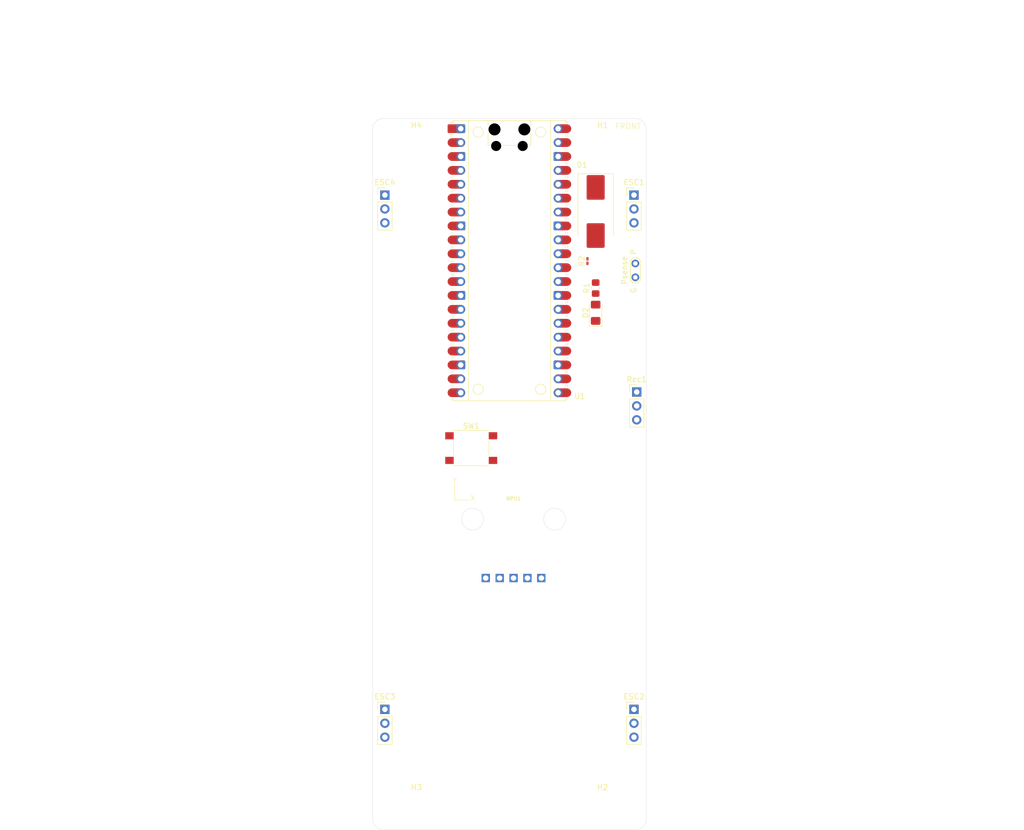
<source format=kicad_pcb>
(kicad_pcb (version 20240108) (generator "pcbnew") (generator_version "8.0")
  (layers (0 "F.Cu" signal) (31 "B.Cu" signal) (34 "B.Paste" user) (35 "F.Paste" user) (36 "B.SilkS" user "B.Silkscreen") (37 "F.SilkS" user "F.Silkscreen") (38 "B.Mask" user) (39 "F.Mask" user) (44 "Edge.Cuts" user))
  (net 0 "")
  (net 21 "+5V")
  (net 22 "GND")
  (net 23 "Net-(D1-K)")
  (net 24 "Net-(D2-A)")
  (net 25 "/M1")
  (net 26 "/M2")
  (net 27 "/M3")
  (net 28 "/M4")
  (net 29 "Net-(U1-GPIO22)")
  (net 30 "/Res?")
  (net 31 "/PPM")
  (net 32 "Net-(U1-RUN)")
  (net 33 "/Psense")
  (net 34 "/SCL")
  (net 35 "+3.3V")
  (net 53 "/SDA")
  (footprint "Connector_PinHeader_2.54mm:PinHeader_1x03_P2.54mm_Vertical" (layer "F.Cu") (at 170.5 72)
    (property "Reference" "Rec1" (at 0 -2.33 0) (layer "F.SilkS"))
    (property "Value" "~")
    (fp_line (start -1.33 -1.33) (end 0 -1.33) (stroke (width 0.12)) (layer "F.SilkS"))
    (fp_line (start -1.33 0) (end -1.33 -1.33) (stroke (width 0.12)) (layer "F.SilkS"))
    (fp_line (start -1.33 1.27) (end -1.33 6.41) (stroke (width 0.12)) (layer "F.SilkS"))
    (fp_line (start -1.33 1.27) (end 1.33 1.27) (stroke (width 0.12)) (layer "F.SilkS"))
    (fp_line (start -1.33 6.41) (end 1.33 6.41) (stroke (width 0.12)) (layer "F.SilkS"))
    (fp_line (start 1.33 1.27) (end 1.33 6.41) (stroke (width 0.12)) (layer "F.SilkS"))
    (pad "1" thru_hole rect (at 0 0) (size 1.7 1.7) (drill 1) (layers "*.Cu" "*.Mask") (net 31 "/PPM"))
    (pad "2" thru_hole oval (at 0 2.54) (size 1.7 1.7) (drill 1) (layers "*.Cu" "*.Mask") (net 21 "+5V"))
    (pad "3" thru_hole oval (at 0 5.08) (size 1.7 1.7) (drill 1) (layers "*.Cu" "*.Mask") (net 22 "GND"))
  )
  (footprint "SEN0142:SEN0142" (layer "F.Cu") (at 148 104.7369)
    (property "Reference" "MPU1" (at 0 -13.25 0) (layer "F.SilkS") (effects (font (size 0.64 0.64))))
    (property "Value" "MPU-6050")
    (fp_line (start -10.75 -15.75) (end -10.75 -13) (stroke (width 0.1)) (layer "F.SilkS"))
    (fp_line (start -10.75 -13) (end -8.25 -13) (stroke (width 0.1)) (layer "F.SilkS"))
    (fp_circle (center -7.5 -9.5) (end -5.5 -9.5) (stroke (width 0.05)) (fill none) (layer "Edge.Cuts"))
    (fp_circle (center 7.5 -9.5) (end 9.5 -9.5) (stroke (width 0.05)) (fill none) (layer "Edge.Cuts"))
    (fp_text user "X" (at -8 -12.75 0) (layer "F.SilkS") (effects (font (thickness 0.1)) (justify left bottom)))
    (fp_text user "Y" (at -11.25 -16 0) (layer "F.SilkS") (effects (font (thickness 0.1)) (justify left bottom)))
    (pad "1" thru_hole rect (at -5.08 1.27) (size 1.508 1.508) (drill 1) (layers "*.Cu" "*.Mask") (net 21 "+5V"))
    (pad "2" thru_hole rect (at -2.54 1.27) (size 1.508 1.508) (drill 1) (layers "*.Cu" "*.Mask") (net 22 "GND"))
    (pad "3" thru_hole rect (at 0 1.27) (size 1.508 1.508) (drill 1) (layers "*.Cu" "*.Mask") (net 53 "/SDA"))
    (pad "4" thru_hole rect (at 2.54 1.27) (size 1.508 1.508) (drill 1) (layers "*.Cu" "*.Mask") (net 34 "/SCL"))
    (pad "5" thru_hole rect (at 5.08 1.27) (size 1.508 1.508) (drill 1) (layers "*.Cu" "*.Mask"))
  )
  (footprint "Resistor_SMD:R_0805_2012Metric_Pad1.20x1.40mm_HandSolder" (layer "F.Cu") (at 163 53 90)
    (property "Reference" "R1" (at 0 -1.65 90) (layer "F.SilkS"))
    (property "Value" "330")
    (fp_line (start -0.227064 -0.735) (end 0.227064 -0.735) (stroke (width 0.12)) (layer "F.SilkS"))
    (fp_line (start -0.227064 0.735) (end 0.227064 0.735) (stroke (width 0.12)) (layer "F.SilkS"))
    (pad "1" smd roundrect (at -1 0 90) (size 1.2 1.4) (layers "F.Cu" "F.Paste" "F.Mask") (roundrect_rratio 0.208333) (net 24 "Net-(D2-A)"))
    (pad "2" smd roundrect (at 1 0 90) (size 1.2 1.4) (layers "F.Cu" "F.Paste" "F.Mask") (roundrect_rratio 0.208333) (net 29 "Net-(U1-GPIO22)"))
  )
  (footprint "Button_Switch_SMD:SW_Push_1P1T_NO_6x6mm_H9.5mm" (layer "F.Cu") (at 140.27 82.25)
    (property "Reference" "SW1" (at 0 -4.05 0) (layer "F.SilkS"))
    (property "Value" "SW_Push")
    (fp_line (start -3.23 -3.23) (end 3.23 -3.23) (stroke (width 0.12)) (layer "F.SilkS"))
    (fp_line (start -3.23 -3.2) (end -3.23 -3.23) (stroke (width 0.12)) (layer "F.SilkS"))
    (fp_line (start -3.23 -1.3) (end -3.23 1.3) (stroke (width 0.12)) (layer "F.SilkS"))
    (fp_line (start -3.23 3.23) (end -3.23 3.2) (stroke (width 0.12)) (layer "F.SilkS"))
    (fp_line (start -3.23 3.23) (end 3.23 3.23) (stroke (width 0.12)) (layer "F.SilkS"))
    (fp_line (start 3.23 -3.23) (end 3.23 -3.2) (stroke (width 0.12)) (layer "F.SilkS"))
    (fp_line (start 3.23 -1.3) (end 3.23 1.3) (stroke (width 0.12)) (layer "F.SilkS"))
    (fp_line (start 3.23 3.23) (end 3.23 3.2) (stroke (width 0.12)) (layer "F.SilkS"))
    (pad "1" smd rect (at -3.975 -2.25) (size 1.55 1.3) (layers "F.Cu" "F.Paste" "F.Mask") (net 22 "GND"))
    (pad "1" smd rect (at 3.975 -2.25) (size 1.55 1.3) (layers "F.Cu" "F.Paste" "F.Mask") (net 22 "GND"))
    (pad "2" smd rect (at -3.975 2.25) (size 1.55 1.3) (layers "F.Cu" "F.Paste" "F.Mask") (net 32 "Net-(U1-RUN)"))
    (pad "2" smd rect (at 3.975 2.25) (size 1.55 1.3) (layers "F.Cu" "F.Paste" "F.Mask") (net 32 "Net-(U1-RUN)"))
  )
  (footprint "MountingHole:MountingHole_3.2mm_M3_ISO14580" (layer "F.Cu") (at 164.25 148)
    (property "Reference" "H2" (at 0 -3.75 0) (layer "F.SilkS"))
    (property "Value" "MountingHole" (hide yes))
    (pad "" np_thru_hole circle (at 0 0) (size 3.2 3.2) (drill 3.2) (layers "*.Cu" "*.Mask"))
  )
  (footprint "MountingHole:MountingHole_3.2mm_M3_ISO14580" (layer "F.Cu") (at 130.25 148)
    (property "Reference" "H3" (at 0 -3.75 0) (layer "F.SilkS"))
    (property "Value" "MountingHole" (hide yes))
    (pad "" np_thru_hole circle (at 0 0) (size 3.2 3.2) (drill 3.2) (layers "*.Cu" "*.Mask"))
  )
  (footprint "Diode_SMD:D_SMC_Handsoldering" (layer "F.Cu") (at 163 39 -90)
    (property "Reference" "D1" (at -8.5 2.5 180) (layer "F.SilkS"))
    (property "Value" "1N5822" (hide yes))
    (fp_line (start -6.91 3.25) (end 4.4 3.25) (stroke (width 0.12)) (layer "F.SilkS"))
    (fp_line (start -6.91 3.25) (end -6.91 -3.25) (stroke (width 0.12)) (layer "F.SilkS"))
    (fp_line (start -6.91 -3.25) (end 4.4 -3.25) (stroke (width 0.12)) (layer "F.SilkS"))
    (pad "1" smd roundrect (at -4.4 0) (size 3.3 4.5) (layers "F.Cu" "F.Paste" "F.Mask") (roundrect_rratio 0.0757575758) (net 23 "Net-(D1-K)"))
    (pad "2" smd roundrect (at 4.4 0) (size 3.3 4.5) (layers "F.Cu" "F.Paste" "F.Mask") (roundrect_rratio 0.0757575758) (net 21 "+5V"))
  )
  (footprint "LED_SMD:LED_1206_3216Metric_Pad1.42x1.75mm_HandSolder" (layer "F.Cu") (at 163 57.5125 90)
    (property "Reference" "D2" (at 0 -1.82 90) (layer "F.SilkS"))
    (property "Value" "LED")
    (fp_line (start 1.6 -1.135) (end -2.46 -1.135) (stroke (width 0.12)) (layer "F.SilkS"))
    (fp_line (start -2.46 -1.135) (end -2.46 1.135) (stroke (width 0.12)) (layer "F.SilkS"))
    (fp_line (start -2.46 1.135) (end 1.6 1.135) (stroke (width 0.12)) (layer "F.SilkS"))
    (pad "1" smd roundrect (at -1.4875 0 90) (size 1.425 1.75) (layers "F.Cu" "F.Paste" "F.Mask") (roundrect_rratio 0.175439) (net 22 "GND"))
    (pad "2" smd roundrect (at 1.4875 0 90) (size 1.425 1.75) (layers "F.Cu" "F.Paste" "F.Mask") (roundrect_rratio 0.175439) (net 24 "Net-(D2-A)"))
  )
  (footprint "TestPoint:TestPoint_2Pads_Pitch2.54mm_Drill0.8mm" (layer "F.Cu") (at 170.25 48.5 -90)
    (property "Reference" "TP1" (hide yes))
    (property "Value" "Psense" (at 1.27 2 90) (layer "F.SilkS"))
    (fp_line (start -0.53 0.9) (end -1.03 0.4) (stroke (width 0.15)) (layer "F.SilkS"))
    (fp_line (start 3.07 0.9) (end -0.53 0.9) (stroke (width 0.15)) (layer "F.SilkS"))
    (fp_line (start -1.03 0.4) (end -1.03 -0.4) (stroke (width 0.15)) (layer "F.SilkS"))
    (fp_line (start 3.57 0.4) (end 3.07 0.9) (stroke (width 0.15)) (layer "F.SilkS"))
    (fp_line (start -1.03 -0.4) (end -0.53 -0.9) (stroke (width 0.15)) (layer "F.SilkS"))
    (fp_line (start 3.57 -0.4) (end 3.57 0.4) (stroke (width 0.15)) (layer "F.SilkS"))
    (fp_line (start -0.53 -0.9) (end 3.07 -0.9) (stroke (width 0.15)) (layer "F.SilkS"))
    (fp_line (start 3.07 -0.9) (end 3.57 -0.4) (stroke (width 0.15)) (layer "F.SilkS"))
    (pad "1" thru_hole circle (at 0 0 270) (size 1.4 1.4) (drill 0.8) (layers "*.Cu" "*.Mask") (net 33 "/Psense"))
    (pad "2" thru_hole circle (at 2.54 0 270) (size 1.4 1.4) (drill 0.8) (layers "*.Cu" "*.Mask") (net 22 "GND"))
  )
  (footprint "Module_RaspberryPi_Pico:RaspberryPi_Pico_Common" (layer "F.Cu") (at 147.25 48)
    (property "Reference" "U1" (at 11.7475 24.765 0) (layer "F.SilkS") (effects (justify left)))
    (property "Value" "RaspberryPi_Pico_W")
    (fp_line (start -10.61 -23.07) (end -11.09 -23.07) (stroke (width 0.12)) (layer "F.SilkS"))
    (fp_line (start -10.61 -23.07) (end -10.61 -22.65) (stroke (width 0.12)) (layer "F.SilkS"))
    (fp_line (start -10.61 -20.53) (end -10.61 -20.11) (stroke (width 0.12)) (layer "F.SilkS"))
    (fp_line (start -10.61 -17.99) (end -10.61 -17.57) (stroke (width 0.12)) (layer "F.SilkS"))
    (fp_line (start -10.61 -15.45) (end -10.61 -15.03) (stroke (width 0.12)) (layer "F.SilkS"))
    (fp_line (start -10.61 -12.91) (end -10.61 -12.49) (stroke (width 0.12)) (layer "F.SilkS"))
    (fp_line (start -10.61 -10.37) (end -10.61 -9.95) (stroke (width 0.12)) (layer "F.SilkS"))
    (fp_line (start -10.61 -7.83) (end -10.61 -7.41) (stroke (width 0.12)) (layer "F.SilkS"))
    (fp_line (start -10.61 -5.29) (end -10.61 -4.87) (stroke (width 0.12)) (layer "F.SilkS"))
    (fp_line (start -10.61 -2.75) (end -10.61 -2.33) (stroke (width 0.12)) (layer "F.SilkS"))
    (fp_line (start -10.61 -0.21) (end -10.61 0.21) (stroke (width 0.12)) (layer "F.SilkS"))
    (fp_line (start -10.61 2.33) (end -10.61 2.75) (stroke (width 0.12)) (layer "F.SilkS"))
    (fp_line (start -10.61 4.87) (end -10.61 5.29) (stroke (width 0.12)) (layer "F.SilkS"))
    (fp_line (start -10.61 7.41) (end -10.61 7.83) (stroke (width 0.12)) (layer "F.SilkS"))
    (fp_line (start -10.61 9.95) (end -10.61 10.37) (stroke (width 0.12)) (layer "F.SilkS"))
    (fp_line (start -10.61 12.49) (end -10.61 12.91) (stroke (width 0.12)) (layer "F.SilkS"))
    (fp_line (start -10.61 15.03) (end -10.61 15.45) (stroke (width 0.12)) (layer "F.SilkS"))
    (fp_line (start -10.61 17.57) (end -10.61 17.99) (stroke (width 0.12)) (layer "F.SilkS"))
    (fp_line (start -10.61 20.11) (end -10.61 20.53) (stroke (width 0.12)) (layer "F.SilkS"))
    (fp_line (start -10.61 22.65) (end -10.61 23.07) (stroke (width 0.12)) (layer "F.SilkS"))
    (fp_line (start -10.579676 -25.189937) (end -11.09 -25.19) (stroke (width 0.12)) (layer "F.SilkS"))
    (fp_line (start -10.27 -25.189937) (end -10.27 -25.547) (stroke (width 0.12)) (layer "F.SilkS"))
    (fp_line (start -10.27 -23.07) (end -10.27 -22.65) (stroke (width 0.12)) (layer "F.SilkS"))
    (fp_line (start -10.27 -20.53) (end -10.27 -20.11) (stroke (width 0.12)) (layer "F.SilkS"))
    (fp_line (start -10.27 -17.99) (end -10.27 -17.57) (stroke (width 0.12)) (layer "F.SilkS"))
    (fp_line (start -10.27 -15.45) (end -10.27 -15.03) (stroke (width 0.12)) (layer "F.SilkS"))
    (fp_line (start -10.27 -12.91) (end -10.27 -12.49) (stroke (width 0.12)) (layer "F.SilkS"))
    (fp_line (start -10.27 -10.37) (end -10.27 -9.95) (stroke (width 0.12)) (layer "F.SilkS"))
    (fp_line (start -10.27 -7.83) (end -10.27 -7.41) (stroke (width 0.12)) (layer "F.SilkS"))
    (fp_line (start -10.27 -5.29) (end -10.27 -4.87) (stroke (width 0.12)) (layer "F.SilkS"))
    (fp_line (start -10.27 -2.75) (end -10.27 -2.33) (stroke (width 0.12)) (layer "F.SilkS"))
    (fp_line (start -10.27 -0.21) (end -10.27 0.21) (stroke (width 0.12)) (layer "F.SilkS"))
    (fp_line (start -10.27 2.33) (end -10.27 2.75) (stroke (width 0.12)) (layer "F.SilkS"))
    (fp_line (start -10.27 4.87) (end -10.27 5.29) (stroke (width 0.12)) (layer "F.SilkS"))
    (fp_line (start -10.27 7.41) (end -10.27 7.83) (stroke (width 0.12)) (layer "F.SilkS"))
    (fp_line (start -10.27 9.95) (end -10.27 10.37) (stroke (width 0.12)) (layer "F.SilkS"))
    (fp_line (start -10.27 12.49) (end -10.27 12.91) (stroke (width 0.12)) (layer "F.SilkS"))
    (fp_line (start -10.27 15.03) (end -10.27 15.45) (stroke (width 0.12)) (layer "F.SilkS"))
    (fp_line (start -10.27 17.57) (end -10.27 17.99) (stroke (width 0.12)) (layer "F.SilkS"))
    (fp_line (start -10.27 20.11) (end -10.27 20.53) (stroke (width 0.12)) (layer "F.SilkS"))
    (fp_line (start -10.27 22.65) (end -10.27 23.07) (stroke (width 0.12)) (layer "F.SilkS"))
    (fp_line (start -10.27 25.189937) (end -10.27 25.547) (stroke (width 0.12)) (layer "F.SilkS"))
    (fp_line (start -10 -25.61) (end -7.51 -25.61) (stroke (width 0.12)) (layer "F.SilkS"))
    (fp_line (start -10 25.61) (end -3.6 25.61) (stroke (width 0.12)) (layer "F.SilkS"))
    (fp_line (start -7.51 -25.61) (end -7.51 -24.69648) (stroke (width 0.12)) (layer "F.SilkS"))
    (fp_line (start -7.51 -25.61) (end -4.235 -25.61) (stroke (width 0.12)) (layer "F.SilkS"))
    (fp_line (start -7.51 -24.69648) (end -7.51 -22.30352) (stroke (width 0.12)) (layer "F.SilkS"))
    (fp_line (start -7.51 -22.30352) (end -7.51 22.30352) (stroke (width 0.12)) (layer "F.SilkS"))
    (fp_line (start -7.51 22.30352) (end -7.51 24.69648) (stroke (width 0.12)) (layer "F.SilkS"))
    (fp_line (start -7.51 24.69648) (end -7.51 25.61) (stroke (width 0.12)) (layer "F.SilkS"))
    (fp_line (start -4.235 -25.61) (end 4.235 -25.61) (stroke (width 0.12)) (layer "F.SilkS"))
    (fp_line (start -3.9 -25.61) (end -3.9 -24.694) (stroke (width 0.12)) (layer "F.SilkS"))
    (fp_line (start -3.9 -23.3152) (end -3.9 -21.09) (stroke (width 0.12)) (layer "F.SilkS"))
    (fp_line (start -3.9 -21.09) (end -3.60391 -21.09) (stroke (width 0.12)) (layer "F.SilkS"))
    (fp_line (start -1.24609 -21.09) (end 1.24609 -21.09) (stroke (width 0.12)) (layer "F.SilkS"))
    (fp_line (start 3.6 25.61) (end -3.6 25.61) (stroke (width 0.12)) (layer "F.SilkS"))
    (fp_line (start 3.6 25.61) (end 10 25.61) (stroke (width 0.12)) (layer "F.SilkS"))
    (fp_line (start 3.60391 -21.09) (end 3.9 -21.09) (stroke (width 0.12)) (layer "F.SilkS"))
    (fp_line (start 3.9 -25.61) (end 3.9 -24.694) (stroke (width 0.12)) (layer "F.SilkS"))
    (fp_line (start 3.9 -23.3152) (end 3.9 -21.09) (stroke (width 0.12)) (layer "F.SilkS"))
    (fp_line (start 4.235 -25.61) (end 7.51 -25.61) (stroke (width 0.12)) (layer "F.SilkS"))
    (fp_line (start 7.51 -25.61) (end 7.51 -24.69648) (stroke (width 0.12)) (layer "F.SilkS"))
    (fp_line (start 7.51 -24.69648) (end 7.51 -22.30352) (stroke (width 0.12)) (layer "F.SilkS"))
    (fp_line (start 7.51 -22.30352) (end 7.51 22.30352) (stroke (width 0.12)) (layer "F.SilkS"))
    (fp_line (start 7.51 22.30352) (end 7.51 24.69648) (stroke (width 0.12)) (layer "F.SilkS"))
    (fp_line (start 7.51 24.69648) (end 7.51 25.61) (stroke (width 0.12)) (layer "F.SilkS"))
    (fp_line (start 10 -25.61) (end 7.51 -25.61) (stroke (width 0.12)) (layer "F.SilkS"))
    (fp_line (start 10.27 -25.189937) (end 10.27 -25.547) (stroke (width 0.12)) (layer "F.SilkS"))
    (fp_line (start 10.27 -23.07) (end 10.27 -22.65) (stroke (width 0.12)) (layer "F.SilkS"))
    (fp_line (start 10.27 -20.53) (end 10.27 -20.11) (stroke (width 0.12)) (layer "F.SilkS"))
    (fp_line (start 10.27 -17.99) (end 10.27 -17.57) (stroke (width 0.12)) (layer "F.SilkS"))
    (fp_line (start 10.27 -15.45) (end 10.27 -15.03) (stroke (width 0.12)) (layer "F.SilkS"))
    (fp_line (start 10.27 -12.91) (end 10.27 -12.49) (stroke (width 0.12)) (layer "F.SilkS"))
    (fp_line (start 10.27 -10.37) (end 10.27 -9.95) (stroke (width 0.12)) (layer "F.SilkS"))
    (fp_line (start 10.27 -7.83) (end 10.27 -7.41) (stroke (width 0.12)) (layer "F.SilkS"))
    (fp_line (start 10.27 -5.29) (end 10.27 -4.87) (stroke (width 0.12)) (layer "F.SilkS"))
    (fp_line (start 10.27 -2.75) (end 10.27 -2.33) (stroke (width 0.12)) (layer "F.SilkS"))
    (fp_line (start 10.27 -0.21) (end 10.27 0.21) (stroke (width 0.12)) (layer "F.SilkS"))
    (fp_line (start 10.27 2.33) (end 10.27 2.75) (stroke (width 0.12)) (layer "F.SilkS"))
    (fp_line (start 10.27 4.87) (end 10.27 5.29) (stroke (width 0.12)) (layer "F.SilkS"))
    (fp_line (start 10.27 7.41) (end 10.27 7.83) (stroke (width 0.12)) (layer "F.SilkS"))
    (fp_line (start 10.27 9.95) (end 10.27 10.37) (stroke (width 0.12)) (layer "F.SilkS"))
    (fp_line (start 10.27 12.49) (end 10.27 12.91) (stroke (width 0.12)) (layer "F.SilkS"))
    (fp_line (start 10.27 15.03) (end 10.27 15.45) (stroke (width 0.12)) (layer "F.SilkS"))
    (fp_line (start 10.27 17.57) (end 10.27 17.99) (stroke (width 0.12)) (layer "F.SilkS"))
    (fp_line (start 10.27 20.11) (end 10.27 20.53) (stroke (width 0.12)) (layer "F.SilkS"))
    (fp_line (start 10.27 22.65) (end 10.27 23.07) (stroke (width 0.12)) (layer "F.SilkS"))
    (fp_line (start 10.27 25.189937) (end 10.27 25.547) (stroke (width 0.12)) (layer "F.SilkS"))
    (fp_line (start 10.61 -23.07) (end 10.61 -22.65) (stroke (width 0.12)) (layer "F.SilkS"))
    (fp_line (start 10.61 -20.53) (end 10.61 -20.11) (stroke (width 0.12)) (layer "F.SilkS"))
    (fp_line (start 10.61 -17.99) (end 10.61 -17.57) (stroke (width 0.12)) (layer "F.SilkS"))
    (fp_line (start 10.61 -15.45) (end 10.61 -15.03) (stroke (width 0.12)) (layer "F.SilkS"))
    (fp_line (start 10.61 -12.91) (end 10.61 -12.49) (stroke (width 0.12)) (layer "F.SilkS"))
    (fp_line (start 10.61 -10.37) (end 10.61 -9.95) (stroke (width 0.12)) (layer "F.SilkS"))
    (fp_line (start 10.61 -7.83) (end 10.61 -7.41) (stroke (width 0.12)) (layer "F.SilkS"))
    (fp_line (start 10.61 -5.29) (end 10.61 -4.87) (stroke (width 0.12)) (layer "F.SilkS"))
    (fp_line (start 10.61 -2.75) (end 10.61 -2.33) (stroke (width 0.12)) (layer "F.SilkS"))
    (fp_line (start 10.61 -0.21) (end 10.61 0.21) (stroke (width 0.12)) (layer "F.SilkS"))
    (fp_line (start 10.61 2.33) (end 10.61 2.75) (stroke (width 0.12)) (layer "F.SilkS"))
    (fp_line (start 10.61 4.87) (end 10.61 5.29) (stroke (width 0.12)) (layer "F.SilkS"))
    (fp_line (start 10.61 7.41) (end 10.61 7.83) (stroke (width 0.12)) (layer "F.SilkS"))
    (fp_line (start 10.61 9.95) (end 10.61 10.37) (stroke (width 0.12)) (layer "F.SilkS"))
    (fp_line (start 10.61 12.49) (end 10.61 12.91) (stroke (width 0.12)) (layer "F.SilkS"))
    (fp_line (start 10.61 15.03) (end 10.61 15.45) (stroke (width 0.12)) (layer "F.SilkS"))
    (fp_line (start 10.61 17.57) (end 10.61 17.99) (stroke (width 0.12)) (layer "F.SilkS"))
    (fp_line (start 10.61 20.11) (end 10.61 20.53) (stroke (width 0.12)) (layer "F.SilkS"))
    (fp_line (start 10.61 22.65) (end 10.61 23.07) (stroke (width 0.12)) (layer "F.SilkS"))
    (fp_arc (start -10.579676 -25.189937) (mid -10.357938 -25.493944) (end -10 -25.61) (stroke (width 0.12)) (layer "F.SilkS"))
    (fp_arc (start -10 25.61) (mid -10.357937 25.493944) (end -10.579676 25.189937) (stroke (width 0.12)) (layer "F.SilkS"))
    (fp_arc (start 10 -25.61) (mid 10.357937 -25.493944) (end 10.579676 -25.189937) (stroke (width 0.12)) (layer "F.SilkS"))
    (fp_arc (start 10.579676 25.189937) (mid 10.357946 25.493957) (end 10 25.61) (stroke (width 0.12)) (layer "F.SilkS"))
    (fp_circle (center -5.7 -23.5) (end -4.76 -23.5) (stroke (width 0.12)) (fill none) (layer "F.SilkS"))
    (fp_circle (center -5.7 23.5) (end -4.76 23.5) (stroke (width 0.12)) (fill none) (layer "F.SilkS"))
    (fp_circle (center 5.7 -23.5) (end 6.64 -23.5) (stroke (width 0.12)) (fill none) (layer "F.SilkS"))
    (fp_circle (center 5.7 23.5) (end 6.64 23.5) (stroke (width 0.12)) (fill none) (layer "F.SilkS"))
    (pad "" np_thru_hole circle (at -2.725 -24) (size 2.2 2.2) (drill 2.2) (layers "*.Mask"))
    (pad "" np_thru_hole circle (at -2.425 -20.97) (size 1.85 1.85) (drill 1.85) (layers "*.Mask"))
    (pad "" np_thru_hole circle (at 2.425 -20.97) (size 1.85 1.85) (drill 1.85) (layers "*.Mask"))
    (pad "" np_thru_hole circle (at 2.725 -24) (size 2.2 2.2) (drill 2.2) (layers "*.Mask"))
    (pad "1" thru_hole roundrect (at -8.89 -24.13) (size 1.6 1.6) (drill 1) (layers "*.Mask" "F.Cu" "In1.Cu" "B.Cu") (roundrect_rratio 0.125) (net 25 "/M1"))
    (pad "1" smd custom (at -8.89 -24.13) (size 1.6 1.6) (layers "F.Cu" "F.Mask") (net 25 "/M1") (options (clearance outline) (anchor circle)) (primitives (gr_poly (pts (xy -2.4 0.6) (xy -2.4 -0.6) (xy -2.2 -0.8) (xy 0 -0.8) (xy 0 0.8) (xy -2.2 0.8)) (width 0) (fill yes)) (gr_circle (center -2.2 0.6) (end -2 0.6) (width 0) (fill yes)) (gr_circle (center -2.2 -0.6) (end -2 -0.6) (width 0) (fill yes))))
    (pad "2" thru_hole circle (at -8.89 -21.59) (size 1.6 1.6) (drill 1) (layers "*.Mask" "F.Cu" "In1.Cu" "B.Cu"))
    (pad "2" smd roundrect (at -8.89 -21.59) (size 3.2 1.6) (drill (offset -0.8 0)) (layers "F.Cu" "F.Mask") (roundrect_rratio 0.5))
    (pad "3" thru_hole custom (at -8.89 -19.05) (size 1.6 1.6) (drill 1) (layers "*.Mask" "F.Cu" "In1.Cu" "B.Cu") (net 22 "GND") (options (clearance outline) (anchor circle)) (primitives (gr_poly (pts (xy 0.8 0.6) (xy 0.8 -0.6) (xy 0.6 -0.8) (xy 0 -0.8) (xy 0 0.8) (xy 0.6 0.8)) (width 0) (fill yes)) (gr_circle (center 0.6 0.6) (end 0.8 0.6) (width 0) (fill yes)) (gr_circle (center 0.6 -0.6) (end 0.8 -0.6) (width 0) (fill yes))))
    (pad "3" smd custom (at -8.89 -19.05) (size 1.6 1.6) (layers "F.Cu" "F.Mask") (net 22 "GND") (options (clearance outline) (anchor circle)) (primitives (gr_poly (pts (xy 0.8 -0.6) (xy 0.8 0.6) (xy 0.6 0.8) (xy -1.6 0.8) (xy -1.6 -0.8) (xy 0.6 -0.8)) (width 0) (fill yes)) (gr_circle (center 0.6 0.6) (end 0.8 0.6) (width 0) (fill yes)) (gr_circle (center 0.6 -0.6) (end 0.8 -0.6) (width 0) (fill yes)) (gr_circle (center -1.6 0) (end -0.8 0) (width 0) (fill yes))))
    (pad "4" thru_hole circle (at -8.89 -16.51) (size 1.6 1.6) (drill 1) (layers "*.Mask" "F.Cu" "In1.Cu" "B.Cu") (net 26 "/M2"))
    (pad "4" smd roundrect (at -8.89 -16.51) (size 3.2 1.6) (drill (offset -0.8 0)) (layers "F.Cu" "F.Mask") (roundrect_rratio 0.5) (net 26 "/M2"))
    (pad "5" thru_hole circle (at -8.89 -13.97) (size 1.6 1.6) (drill 1) (layers "*.Mask" "F.Cu" "In1.Cu" "B.Cu"))
    (pad "5" smd roundrect (at -8.89 -13.97) (size 3.2 1.6) (drill (offset -0.8 0)) (layers "F.Cu" "F.Mask") (roundrect_rratio 0.5))
    (pad "6" thru_hole circle (at -8.89 -11.43) (size 1.6 1.6) (drill 1) (layers "*.Mask" "F.Cu" "In1.Cu" "B.Cu") (net 27 "/M3"))
    (pad "6" smd roundrect (at -8.89 -11.43) (size 3.2 1.6) (drill (offset -0.8 0)) (layers "F.Cu" "F.Mask") (roundrect_rratio 0.5) (net 27 "/M3"))
    (pad "7" thru_hole circle (at -8.89 -8.89) (size 1.6 1.6) (drill 1) (layers "*.Mask" "F.Cu" "In1.Cu" "B.Cu"))
    (pad "7" smd roundrect (at -8.89 -8.89) (size 3.2 1.6) (drill (offset -0.8 0)) (layers "F.Cu" "F.Mask") (roundrect_rratio 0.5))
    (pad "8" thru_hole custom (at -8.89 -6.35) (size 1.6 1.6) (drill 1) (layers "*.Mask" "F.Cu" "In1.Cu" "B.Cu") (net 22 "GND") (options (clearance outline) (anchor circle)) (primitives (gr_poly (pts (xy 0.8 0.6) (xy 0.8 -0.6) (xy 0.6 -0.8) (xy 0 -0.8) (xy 0 0.8) (xy 0.6 0.8)) (width 0) (fill yes)) (gr_circle (center 0.6 0.6) (end 0.8 0.6) (width 0) (fill yes)) (gr_circle (center 0.6 -0.6) (end 0.8 -0.6) (width 0) (fill yes))))
    (pad "8" smd custom (at -8.89 -6.35) (size 1.6 1.6) (layers "F.Cu" "F.Mask") (net 22 "GND") (options (clearance outline) (anchor circle)) (primitives (gr_poly (pts (xy 0.8 -0.6) (xy 0.8 0.6) (xy 0.6 0.8) (xy -1.6 0.8) (xy -1.6 -0.8) (xy 0.6 -0.8)) (width 0) (fill yes)) (gr_circle (center 0.6 0.6) (end 0.8 0.6) (width 0) (fill yes)) (gr_circle (center 0.6 -0.6) (end 0.8 -0.6) (width 0) (fill yes)) (gr_circle (center -1.6 0) (end -0.8 0) (width 0) (fill yes))))
    (pad "9" thru_hole circle (at -8.89 -3.81) (size 1.6 1.6) (drill 1) (layers "*.Mask" "F.Cu" "In1.Cu" "B.Cu") (net 28 "/M4"))
    (pad "9" smd roundrect (at -8.89 -3.81) (size 3.2 1.6) (drill (offset -0.8 0)) (layers "F.Cu" "F.Mask") (roundrect_rratio 0.5) (net 28 "/M4"))
    (pad "10" thru_hole circle (at -8.89 -1.27) (size 1.6 1.6) (drill 1) (layers "*.Mask" "F.Cu" "In1.Cu" "B.Cu"))
    (pad "10" smd roundrect (at -8.89 -1.27) (size 3.2 1.6) (drill (offset -0.8 0)) (layers "F.Cu" "F.Mask") (roundrect_rratio 0.5))
    (pad "11" thru_hole circle (at -8.89 1.27) (size 1.6 1.6) (drill 1) (layers "*.Mask" "F.Cu" "In1.Cu" "B.Cu") (net 53 "/SDA"))
    (pad "11" smd roundrect (at -8.89 1.27) (size 3.2 1.6) (drill (offset -0.8 0)) (layers "F.Cu" "F.Mask") (roundrect_rratio 0.5) (net 53 "/SDA"))
    (pad "12" thru_hole circle (at -8.89 3.81) (size 1.6 1.6) (drill 1) (layers "*.Mask" "F.Cu" "In1.Cu" "B.Cu") (net 34 "/SCL"))
    (pad "12" smd roundrect (at -8.89 3.81) (size 3.2 1.6) (drill (offset -0.8 0)) (layers "F.Cu" "F.Mask") (roundrect_rratio 0.5) (net 34 "/SCL"))
    (pad "13" thru_hole custom (at -8.89 6.35) (size 1.6 1.6) (drill 1) (layers "*.Mask" "F.Cu" "In1.Cu" "B.Cu") (net 22 "GND") (options (clearance outline) (anchor circle)) (primitives (gr_poly (pts (xy 0.8 0.6) (xy 0.8 -0.6) (xy 0.6 -0.8) (xy 0 -0.8) (xy 0 0.8) (xy 0.6 0.8)) (width 0) (fill yes)) (gr_circle (center 0.6 0.6) (end 0.8 0.6) (width 0) (fill yes)) (gr_circle (center 0.6 -0.6) (end 0.8 -0.6) (width 0) (fill yes))))
    (pad "13" smd custom (at -8.89 6.35) (size 1.6 1.6) (layers "F.Cu" "F.Mask") (net 22 "GND") (options (clearance outline) (anchor circle)) (primitives (gr_poly (pts (xy 0.8 -0.6) (xy 0.8 0.6) (xy 0.6 0.8) (xy -1.6 0.8) (xy -1.6 -0.8) (xy 0.6 -0.8)) (width 0) (fill yes)) (gr_circle (center 0.6 0.6) (end 0.8 0.6) (width 0) (fill yes)) (gr_circle (center 0.6 -0.6) (end 0.8 -0.6) (width 0) (fill yes)) (gr_circle (center -1.6 0) (end -0.8 0) (width 0) (fill yes))))
    (pad "14" thru_hole circle (at -8.89 8.89) (size 1.6 1.6) (drill 1) (layers "*.Mask" "F.Cu" "In1.Cu" "B.Cu"))
    (pad "14" smd roundrect (at -8.89 8.89) (size 3.2 1.6) (drill (offset -0.8 0)) (layers "F.Cu" "F.Mask") (roundrect_rratio 0.5))
    (pad "15" thru_hole circle (at -8.89 11.43) (size 1.6 1.6) (drill 1) (layers "*.Mask" "F.Cu" "In1.Cu" "B.Cu"))
    (pad "15" smd roundrect (at -8.89 11.43) (size 3.2 1.6) (drill (offset -0.8 0)) (layers "F.Cu" "F.Mask") (roundrect_rratio 0.5))
    (pad "16" thru_hole circle (at -8.89 13.97) (size 1.6 1.6) (drill 1) (layers "*.Mask" "F.Cu" "In1.Cu" "B.Cu"))
    (pad "16" smd roundrect (at -8.89 13.97) (size 3.2 1.6) (drill (offset -0.8 0)) (layers "F.Cu" "F.Mask") (roundrect_rratio 0.5))
    (pad "17" thru_hole circle (at -8.89 16.51) (size 1.6 1.6) (drill 1) (layers "*.Mask" "F.Cu" "In1.Cu" "B.Cu"))
    (pad "17" smd roundrect (at -8.89 16.51) (size 3.2 1.6) (drill (offset -0.8 0)) (layers "F.Cu" "F.Mask") (roundrect_rratio 0.5))
    (pad "18" thru_hole custom (at -8.89 19.05) (size 1.6 1.6) (drill 1) (layers "*.Mask" "F.Cu" "In1.Cu" "B.Cu") (net 22 "GND") (options (clearance outline) (anchor circle)) (primitives (gr_poly (pts (xy 0.8 0.6) (xy 0.8 -0.6) (xy 0.6 -0.8) (xy 0 -0.8) (xy 0 0.8) (xy 0.6 0.8)) (width 0) (fill yes)) (gr_circle (center 0.6 0.6) (end 0.8 0.6) (width 0) (fill yes)) (gr_circle (center 0.6 -0.6) (end 0.8 -0.6) (width 0) (fill yes))))
    (pad "18" smd custom (at -8.89 19.05) (size 1.6 1.6) (layers "F.Cu" "F.Mask") (net 22 "GND") (options (clearance outline) (anchor circle)) (primitives (gr_poly (pts (xy 0.8 -0.6) (xy 0.8 0.6) (xy 0.6 0.8) (xy -1.6 0.8) (xy -1.6 -0.8) (xy 0.6 -0.8)) (width 0) (fill yes)) (gr_circle (center 0.6 0.6) (end 0.8 0.6) (width 0) (fill yes)) (gr_circle (center 0.6 -0.6) (end 0.8 -0.6) (width 0) (fill yes)) (gr_circle (center -1.6 0) (end -0.8 0) (width 0) (fill yes))))
    (pad "19" thru_hole circle (at -8.89 21.59) (size 1.6 1.6) (drill 1) (layers "*.Mask" "F.Cu" "In1.Cu" "B.Cu"))
    (pad "19" smd roundrect (at -8.89 21.59) (size 3.2 1.6) (drill (offset -0.8 0)) (layers "F.Cu" "F.Mask") (roundrect_rratio 0.5))
    (pad "20" thru_hole circle (at -8.89 24.13) (size 1.6 1.6) (drill 1) (layers "*.Mask" "F.Cu" "In1.Cu" "B.Cu"))
    (pad "20" smd roundrect (at -8.89 24.13) (size 3.2 1.6) (drill (offset -0.8 0)) (layers "F.Cu" "F.Mask") (roundrect_rratio 0.5))
    (pad "21" thru_hole circle (at 8.89 24.13) (size 1.6 1.6) (drill 1) (layers "*.Mask" "F.Cu" "In1.Cu" "B.Cu") (net 31 "/PPM"))
    (pad "21" smd roundrect (at 8.89 24.13) (size 3.2 1.6) (drill (offset 0.8 0)) (layers "F.Cu" "F.Mask") (roundrect_rratio 0.5) (net 31 "/PPM"))
    (pad "22" thru_hole circle (at 8.89 21.59) (size 1.6 1.6) (drill 1) (layers "*.Mask" "F.Cu" "In1.Cu" "B.Cu"))
    (pad "22" smd roundrect (at 8.89 21.59) (size 3.2 1.6) (drill (offset 0.8 0)) (layers "F.Cu" "F.Mask") (roundrect_rratio 0.5))
    (pad "23" thru_hole custom (at 8.89 19.05) (size 1.6 1.6) (drill 1) (layers "*.Mask" "F.Cu" "In1.Cu" "B.Cu") (net 22 "GND") (options (clearance outline) (anchor circle)) (primitives (gr_poly (pts (xy -0.8 0.6) (xy -0.8 -0.6) (xy -0.6 -0.8) (xy 0 -0.8) (xy 0 0.8) (xy -0.6 0.8)) (width 0) (fill yes)) (gr_circle (center -0.6 0.6) (end -0.4 0.6) (width 0) (fill yes)) (gr_circle (center -0.6 -0.6) (end -0.4 -0.6) (width 0) (fill yes))))
    (pad "23" smd custom (at 8.89 19.05) (size 1.6 1.6) (layers "F.Cu" "F.Mask") (net 22 "GND") (options (clearance outline) (anchor circle)) (primitives (gr_poly (pts (xy -0.8 -0.6) (xy -0.8 0.6) (xy -0.6 0.8) (xy 1.6 0.8) (xy 1.6 -0.8) (xy -0.6 -0.8)) (width 0) (fill yes)) (gr_circle (center -0.6 0.6) (end -0.4 0.6) (width 0) (fill yes)) (gr_circle (center -0.6 -0.6) (end -0.4 -0.6) (width 0) (fill yes)) (gr_circle (center 1.6 0) (end 2.4 0) (width 0) (fill yes))))
    (pad "24" thru_hole circle (at 8.89 16.51) (size 1.6 1.6) (drill 1) (layers "*.Mask" "F.Cu" "In1.Cu" "B.Cu"))
    (pad "24" smd roundrect (at 8.89 16.51) (size 3.2 1.6) (drill (offset 0.8 0)) (layers "F.Cu" "F.Mask") (roundrect_rratio 0.5))
    (pad "25" thru_hole circle (at 8.89 13.97) (size 1.6 1.6) (drill 1) (layers "*.Mask" "F.Cu" "In1.Cu" "B.Cu"))
    (pad "25" smd roundrect (at 8.89 13.97) (size 3.2 1.6) (drill (offset 0.8 0)) (layers "F.Cu" "F.Mask") (roundrect_rratio 0.5))
    (pad "26" thru_hole circle (at 8.89 11.43) (size 1.6 1.6) (drill 1) (layers "*.Mask" "F.Cu" "In1.Cu" "B.Cu"))
    (pad "26" smd roundrect (at 8.89 11.43) (size 3.2 1.6) (drill (offset 0.8 0)) (layers "F.Cu" "F.Mask") (roundrect_rratio 0.5))
    (pad "27" thru_hole circle (at 8.89 8.89) (size 1.6 1.6) (drill 1) (layers "*.Mask" "F.Cu" "In1.Cu" "B.Cu"))
    (pad "27" smd roundrect (at 8.89 8.89) (size 3.2 1.6) (drill (offset 0.8 0)) (layers "F.Cu" "F.Mask") (roundrect_rratio 0.5))
    (pad "28" thru_hole custom (at 8.89 6.35) (size 1.6 1.6) (drill 1) (layers "*.Mask" "F.Cu" "In1.Cu" "B.Cu") (net 22 "GND") (options (clearance outline) (anchor circle)) (primitives (gr_poly (pts (xy -0.8 0.6) (xy -0.8 -0.6) (xy -0.6 -0.8) (xy 0 -0.8) (xy 0 0.8) (xy -0.6 0.8)) (width 0) (fill yes)) (gr_circle (center -0.6 0.6) (end -0.4 0.6) (width 0) (fill yes)) (gr_circle (center -0.6 -0.6) (end -0.4 -0.6) (width 0) (fill yes))))
    (pad "28" smd custom (at 8.89 6.35) (size 1.6 1.6) (layers "F.Cu" "F.Mask") (net 22 "GND") (options (clearance outline) (anchor circle)) (primitives (gr_poly (pts (xy -0.8 -0.6) (xy -0.8 0.6) (xy -0.6 0.8) (xy 1.6 0.8) (xy 1.6 -0.8) (xy -0.6 -0.8)) (width 0) (fill yes)) (gr_circle (center -0.6 0.6) (end -0.4 0.6) (width 0) (fill yes)) (gr_circle (center -0.6 -0.6) (end -0.4 -0.6) (width 0) (fill yes)) (gr_circle (center 1.6 0) (end 2.4 0) (width 0) (fill yes))))
    (pad "29" thru_hole circle (at 8.89 3.81) (size 1.6 1.6) (drill 1) (layers "*.Mask" "F.Cu" "In1.Cu" "B.Cu") (net 29 "Net-(U1-GPIO22)"))
    (pad "29" smd roundrect (at 8.89 3.81) (size 3.2 1.6) (drill (offset 0.8 0)) (layers "F.Cu" "F.Mask") (roundrect_rratio 0.5) (net 29 "Net-(U1-GPIO22)"))
    (pad "30" thru_hole circle (at 8.89 1.27) (size 1.6 1.6) (drill 1) (layers "*.Mask" "F.Cu" "In1.Cu" "B.Cu") (net 32 "Net-(U1-RUN)"))
    (pad "30" smd roundrect (at 8.89 1.27) (size 3.2 1.6) (drill (offset 0.8 0)) (layers "F.Cu" "F.Mask") (roundrect_rratio 0.5) (net 32 "Net-(U1-RUN)"))
    (pad "31" thru_hole circle (at 8.89 -1.27) (size 1.6 1.6) (drill 1) (layers "*.Mask" "F.Cu" "In1.Cu" "B.Cu") (net 33 "/Psense"))
    (pad "31" smd roundrect (at 8.89 -1.27) (size 3.2 1.6) (drill (offset 0.8 0)) (layers "F.Cu" "F.Mask") (roundrect_rratio 0.5) (net 33 "/Psense"))
    (pad "32" thru_hole circle (at 8.89 -3.81) (size 1.6 1.6) (drill 1) (layers "*.Mask" "F.Cu" "In1.Cu" "B.Cu") (net 30 "/Res?"))
    (pad "32" smd roundrect (at 8.89 -3.81) (size 3.2 1.6) (drill (offset 0.8 0)) (layers "F.Cu" "F.Mask") (roundrect_rratio 0.5) (net 30 "/Res?"))
    (pad "33" thru_hole custom (at 8.89 -6.35) (size 1.6 1.6) (drill 1) (layers "*.Mask" "F.Cu" "In1.Cu" "B.Cu") (options (clearance outline) (anchor circle)) (primitives (gr_poly (pts (xy -0.8 0.6) (xy -0.8 -0.6) (xy -0.6 -0.8) (xy 0 -0.8) (xy 0 0.8) (xy -0.6 0.8)) (width 0) (fill yes)) (gr_circle (center -0.6 0.6) (end -0.4 0.6) (width 0) (fill yes)) (gr_circle (center -0.6 -0.6) (end -0.4 -0.6) (width 0) (fill yes))))
    (pad "33" smd custom (at 8.89 -6.35) (size 1.6 1.6) (layers "F.Cu" "F.Mask") (options (clearance outline) (anchor circle)) (primitives (gr_poly (pts (xy -0.8 -0.6) (xy -0.8 0.6) (xy -0.6 0.8) (xy 1.6 0.8) (xy 1.6 -0.8) (xy -0.6 -0.8)) (width 0) (fill yes)) (gr_circle (center -0.6 0.6) (end -0.4 0.6) (width 0) (fill yes)) (gr_circle (center -0.6 -0.6) (end -0.4 -0.6) (width 0) (fill yes)) (gr_circle (center 1.6 0) (end 2.4 0) (width 0) (fill yes))))
    (pad "34" thru_hole circle (at 8.89 -8.89) (size 1.6 1.6) (drill 1) (layers "*.Mask" "F.Cu" "In1.Cu" "B.Cu"))
    (pad "34" smd roundrect (at 8.89 -8.89) (size 3.2 1.6) (drill (offset 0.8 0)) (layers "F.Cu" "F.Mask") (roundrect_rratio 0.5))
    (pad "35" thru_hole circle (at 8.89 -11.43) (size 1.6 1.6) (drill 1) (layers "*.Mask" "F.Cu" "In1.Cu" "B.Cu"))
    (pad "35" smd roundrect (at 8.89 -11.43) (size 3.2 1.6) (drill (offset 0.8 0)) (layers "F.Cu" "F.Mask") (roundrect_rratio 0.5))
    (pad "36" thru_hole circle (at 8.89 -13.97) (size 1.6 1.6) (drill 1) (layers "*.Mask" "F.Cu" "In1.Cu" "B.Cu") (net 35 "+3.3V"))
    (pad "36" smd roundrect (at 8.89 -13.97) (size 3.2 1.6) (drill (offset 0.8 0)) (layers "F.Cu" "F.Mask") (roundrect_rratio 0.5) (net 35 "+3.3V"))
    (pad "37" thru_hole circle (at 8.89 -16.51) (size 1.6 1.6) (drill 1) (layers "*.Mask" "F.Cu" "In1.Cu" "B.Cu"))
    (pad "37" smd roundrect (at 8.89 -16.51) (size 3.2 1.6) (drill (offset 0.8 0)) (layers "F.Cu" "F.Mask") (roundrect_rratio 0.5))
    (pad "38" thru_hole custom (at 8.89 -19.05) (size 1.6 1.6) (drill 1) (layers "*.Mask" "F.Cu" "In1.Cu" "B.Cu") (net 22 "GND") (options (clearance outline) (anchor circle)) (primitives (gr_poly (pts (xy -0.8 0.6) (xy -0.8 -0.6) (xy -0.6 -0.8) (xy 0 -0.8) (xy 0 0.8) (xy -0.6 0.8)) (width 0) (fill yes)) (gr_circle (center -0.6 0.6) (end -0.4 0.6) (width 0) (fill yes)) (gr_circle (center -0.6 -0.6) (end -0.4 -0.6) (width 0) (fill yes))))
    (pad "38" smd custom (at 8.89 -19.05) (size 1.6 1.6) (layers "F.Cu" "F.Mask") (net 22 "GND") (options (clearance outline) (anchor circle)) (primitives (gr_poly (pts (xy -0.8 -0.6) (xy -0.8 0.6) (xy -0.6 0.8) (xy 1.6 0.8) (xy 1.6 -0.8) (xy -0.6 -0.8)) (width 0) (fill yes)) (gr_circle (center -0.6 0.6) (end -0.4 0.6) (width 0) (fill yes)) (gr_circle (center -0.6 -0.6) (end -0.4 -0.6) (width 0) (fill yes)) (gr_circle (center 1.6 0) (end 2.4 0) (width 0) (fill yes))))
    (pad "39" thru_hole circle (at 8.89 -21.59) (size 1.6 1.6) (drill 1) (layers "*.Mask" "F.Cu" "In1.Cu" "B.Cu") (net 23 "Net-(D1-K)"))
    (pad "39" smd roundrect (at 8.89 -21.59) (size 3.2 1.6) (drill (offset 0.8 0)) (layers "F.Cu" "F.Mask") (roundrect_rratio 0.5) (net 23 "Net-(D1-K)"))
    (pad "40" thru_hole circle (at 8.89 -24.13) (size 1.6 1.6) (drill 1) (layers "*.Mask" "F.Cu" "In1.Cu" "B.Cu"))
    (pad "40" smd roundrect (at 8.89 -24.13) (size 3.2 1.6) (drill (offset 0.8 0)) (layers "F.Cu" "F.Mask") (roundrect_rratio 0.5))
  )
  (footprint "MountingHole:MountingHole_3.2mm_M3_ISO14580" (layer "F.Cu") (at 164.25 27)
    (property "Reference" "H1" (at 0 -3.75 0) (layer "F.SilkS"))
    (property "Value" "MountingHole" (hide yes))
    (pad "" np_thru_hole circle (at 0 0) (size 3.2 3.2) (drill 3.2) (layers "*.Cu" "*.Mask"))
  )
  (footprint "Connector_PinHeader_2.54mm:PinHeader_1x03_P2.54mm_Vertical" (layer "F.Cu") (at 170 36)
    (property "Reference" "ESC1" (at 0 -2.33 0) (layer "F.SilkS"))
    (property "Value" "~")
    (fp_line (start -1.33 -1.33) (end 0 -1.33) (stroke (width 0.12)) (layer "F.SilkS"))
    (fp_line (start -1.33 0) (end -1.33 -1.33) (stroke (width 0.12)) (layer "F.SilkS"))
    (fp_line (start -1.33 1.27) (end -1.33 6.41) (stroke (width 0.12)) (layer "F.SilkS"))
    (fp_line (start -1.33 1.27) (end 1.33 1.27) (stroke (width 0.12)) (layer "F.SilkS"))
    (fp_line (start -1.33 6.41) (end 1.33 6.41) (stroke (width 0.12)) (layer "F.SilkS"))
    (fp_line (start 1.33 1.27) (end 1.33 6.41) (stroke (width 0.12)) (layer "F.SilkS"))
    (pad "1" thru_hole rect (at 0 0) (size 1.7 1.7) (drill 1) (layers "*.Cu" "*.Mask") (net 25 "/M1"))
    (pad "2" thru_hole oval (at 0 2.54) (size 1.7 1.7) (drill 1) (layers "*.Cu" "*.Mask") (net 21 "+5V"))
    (pad "3" thru_hole oval (at 0 5.08) (size 1.7 1.7) (drill 1) (layers "*.Cu" "*.Mask") (net 22 "GND"))
  )
  (footprint "Resistor_SMD:R_0201_0603Metric_Pad0.64x0.40mm_HandSolder" (layer "F.Cu") (at 161.5 48.0675 90)
    (property "Reference" "R2" (at 0 -1.05 90) (layer "F.SilkS"))
    (property "Value" "510")
    (pad "1" smd roundrect (at -0.4075 0 90) (size 0.635 0.4) (layers "F.Cu" "F.Mask") (net 22 "GND"))
    (pad "2" smd roundrect (at 0.4075 0 90) (size 0.635 0.4) (layers "F.Cu" "F.Mask") (net 30 "/Res?"))
  )
  (footprint "MountingHole:MountingHole_3.2mm_M3_ISO14580" (layer "F.Cu") (at 130.25 27)
    (property "Reference" "H4" (at 0 -3.75 0) (layer "F.SilkS"))
    (property "Value" "MountingHole" (hide yes))
    (pad "" np_thru_hole circle (at 0 0) (size 3.2 3.2) (drill 3.2) (layers "*.Cu" "*.Mask"))
  )
  (footprint "Connector_PinHeader_2.54mm:PinHeader_1x03_P2.54mm_Vertical" (layer "F.Cu") (at 170 130)
    (property "Reference" "ESC2" (at 0 -2.33 0) (layer "F.SilkS"))
    (property "Value" "~")
    (fp_line (start -1.33 -1.33) (end 0 -1.33) (stroke (width 0.12)) (layer "F.SilkS"))
    (fp_line (start -1.33 0) (end -1.33 -1.33) (stroke (width 0.12)) (layer "F.SilkS"))
    (fp_line (start -1.33 1.27) (end -1.33 6.41) (stroke (width 0.12)) (layer "F.SilkS"))
    (fp_line (start -1.33 1.27) (end 1.33 1.27) (stroke (width 0.12)) (layer "F.SilkS"))
    (fp_line (start -1.33 6.41) (end 1.33 6.41) (stroke (width 0.12)) (layer "F.SilkS"))
    (fp_line (start 1.33 1.27) (end 1.33 6.41) (stroke (width 0.12)) (layer "F.SilkS"))
    (pad "1" thru_hole rect (at 0 0) (size 1.7 1.7) (drill 1) (layers "*.Cu" "*.Mask") (net 26 "/M2"))
    (pad "2" thru_hole oval (at 0 2.54) (size 1.7 1.7) (drill 1) (layers "*.Cu" "*.Mask") (net 21 "+5V"))
    (pad "3" thru_hole oval (at 0 5.08) (size 1.7 1.7) (drill 1) (layers "*.Cu" "*.Mask") (net 22 "GND"))
  )
  (footprint "Connector_PinHeader_2.54mm:PinHeader_1x03_P2.54mm_Vertical" (layer "F.Cu") (at 124.5 36)
    (property "Reference" "ESC4" (at 0 -2.33 0) (layer "F.SilkS"))
    (property "Value" "~")
    (fp_line (start -1.33 -1.33) (end 0 -1.33) (stroke (width 0.12)) (layer "F.SilkS"))
    (fp_line (start -1.33 0) (end -1.33 -1.33) (stroke (width 0.12)) (layer "F.SilkS"))
    (fp_line (start -1.33 1.27) (end -1.33 6.41) (stroke (width 0.12)) (layer "F.SilkS"))
    (fp_line (start -1.33 1.27) (end 1.33 1.27) (stroke (width 0.12)) (layer "F.SilkS"))
    (fp_line (start -1.33 6.41) (end 1.33 6.41) (stroke (width 0.12)) (layer "F.SilkS"))
    (fp_line (start 1.33 1.27) (end 1.33 6.41) (stroke (width 0.12)) (layer "F.SilkS"))
    (pad "1" thru_hole rect (at 0 0) (size 1.7 1.7) (drill 1) (layers "*.Cu" "*.Mask") (net 28 "/M4"))
    (pad "2" thru_hole oval (at 0 2.54) (size 1.7 1.7) (drill 1) (layers "*.Cu" "*.Mask") (net 21 "+5V"))
    (pad "3" thru_hole oval (at 0 5.08) (size 1.7 1.7) (drill 1) (layers "*.Cu" "*.Mask") (net 22 "GND"))
  )
  (footprint "Connector_PinHeader_2.54mm:PinHeader_1x03_P2.54mm_Vertical" (layer "F.Cu") (at 124.5 130)
    (property "Reference" "ESC3" (at 0 -2.33 0) (layer "F.SilkS"))
    (property "Value" "~")
    (fp_line (start -1.33 -1.33) (end 0 -1.33) (stroke (width 0.12)) (layer "F.SilkS"))
    (fp_line (start -1.33 0) (end -1.33 -1.33) (stroke (width 0.12)) (layer "F.SilkS"))
    (fp_line (start -1.33 1.27) (end -1.33 6.41) (stroke (width 0.12)) (layer "F.SilkS"))
    (fp_line (start -1.33 1.27) (end 1.33 1.27) (stroke (width 0.12)) (layer "F.SilkS"))
    (fp_line (start -1.33 6.41) (end 1.33 6.41) (stroke (width 0.12)) (layer "F.SilkS"))
    (fp_line (start 1.33 1.27) (end 1.33 6.41) (stroke (width 0.12)) (layer "F.SilkS"))
    (pad "1" thru_hole rect (at 0 0) (size 1.7 1.7) (drill 1) (layers "*.Cu" "*.Mask") (net 27 "/M3"))
    (pad "2" thru_hole oval (at 0 2.54) (size 1.7 1.7) (drill 1) (layers "*.Cu" "*.Mask") (net 21 "+5V"))
    (pad "3" thru_hole oval (at 0 5.08) (size 1.7 1.7) (drill 1) (layers "*.Cu" "*.Mask") (net 22 "GND"))
  )
  (gr_line (start 122.25 150) (end 122.25 24) (stroke (width 0.05)) (layer "Edge.Cuts"))
  (gr_arc (start 172.25 150) (mid 171.664214 151.414214) (end 170.25 152) (stroke (width 0.05)) (layer "Edge.Cuts"))
  (gr_line (start 170.25 22) (end 124.25 22) (stroke (width 0.05)) (layer "Edge.Cuts"))
  (gr_arc (start 124.25 152) (mid 122.835786 151.414214) (end 122.25 150) (stroke (width 0.05)) (layer "Edge.Cuts"))
  (gr_line (start 172.25 24) (end 172.25 150) (stroke (width 0.05)) (layer "Edge.Cuts"))
  (gr_line (start 124.25 152) (end 170.25 152) (stroke (width 0.05)) (layer "Edge.Cuts"))
  (gr_arc (start 170.25 22) (mid 171.664214 22.585786) (end 172.25 24) (stroke (width 0.05)) (layer "Edge.Cuts"))
  (gr_arc (start 122.25 24) (mid 122.835786 22.585786) (end 124.25 22) (stroke (width 0.05)) (layer "Edge.Cuts"))
  (gr_text "G" (at 170.5 54 90) (layer "F.SilkS") (effects (font (size 1 1)) (justify left bottom)))
  (gr_text "P" (at 170.5 47 90) (layer "F.SilkS") (effects (font (size 1 1)) (justify left bottom)))
  (gr_text "FRONT" (at 166.5 24 0) (layer "F.SilkS") (effects (font (size 1 1) (thickness 0.1)) (justify left bottom)))
)
</source>
